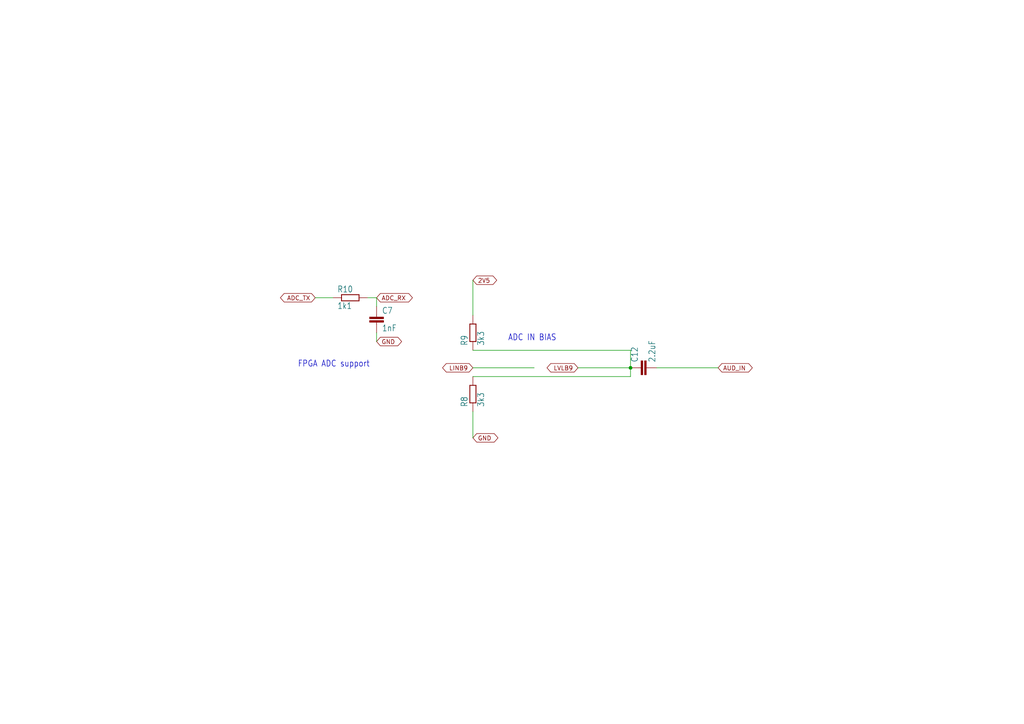
<source format=kicad_sch>
(kicad_sch (version 20231120) (generator "eeschema") (generator_version "8.0")
  (paper "A4")
  (lib_symbols
    (symbol "pokeymax4-eagle-import:C-EUC0402"
      (property "Reference" "C" (at 1.524 0.381 0))
      (symbol "C-EUC0402_1_0"
        (rectangle (start -2.032 -2.032) (end 2.032 -1.524) (fill (type outline)))
        (rectangle (start -2.032 -1.016) (end 2.032 -0.508) (fill (type outline)))
        (polyline (pts (xy 0 -2.54) (xy 0 -2.032)) (stroke (width 0.1524)))
        (polyline (pts (xy 0 0) (xy 0 -0.508)) (stroke (width 0.1524)))
        (pin passive line (at 0 2.54 270) (length 2.54) (name "1") (number "1"))
        (pin passive line (at 0 -5.08 90) (length 2.54) (name "2") (number "2"))
      )
    )
    (symbol "pokeymax4-eagle-import:R-EU_R0402"
      (property "Reference" "R" (at -3.81 1.4986 0))
      (symbol "R-EU_R0402_1_0"
        (polyline (pts (xy -2.54 -0.889) (xy -2.54 0.889)) (stroke (width 0.254)))
        (polyline (pts (xy -2.54 -0.889) (xy 2.54 -0.889)) (stroke (width 0.254)))
        (polyline (pts (xy 2.54 -0.889) (xy 2.54 0.889)) (stroke (width 0.254)))
        (polyline (pts (xy 2.54 0.889) (xy -2.54 0.889)) (stroke (width 0.254)))
        (pin passive line (at -5.08 0 0) (length 2.54) (name "1") (number "1"))
        (pin passive line (at 5.08 0 180) (length 2.54) (name "2") (number "2"))
      )
    )
  )
  (junction (at 182.88 106.68))
  (wire (pts (xy 182.88 109.22) (xy 182.88 106.68)) (stroke (width 0.1524)))
  (wire (pts (xy 96.52 86.36) (xy 91.44 86.36)) (stroke (width 0.1524)))
  (wire (pts (xy 106.68 86.36) (xy 109.22 86.36)) (stroke (width 0.1524)))
  (wire (pts (xy 137.16 119.38) (xy 137.16 127)) (stroke (width 0.1524)))
  (wire (pts (xy 137.16 106.68) (xy 154.94 106.68)) (stroke (width 0.1524)))
  (wire (pts (xy 137.16 101.6) (xy 182.88 101.6)) (stroke (width 0.1524)))
  (wire (pts (xy 167.64 106.68) (xy 182.88 106.68)) (stroke (width 0.1524)))
  (wire (pts (xy 137.16 109.22) (xy 182.88 109.22)) (stroke (width 0.1524)))
  (wire (pts (xy 137.16 91.44) (xy 137.16 81.28)) (stroke (width 0.1524)))
  (wire (pts (xy 190.5 106.68) (xy 208.28 106.68)) (stroke (width 0.1524)))
  (wire (pts (xy 109.22 99.06) (xy 109.22 96.52)) (stroke (width 0.1524)))
  (wire (pts (xy 109.22 86.36) (xy 109.22 88.9)) (stroke (width 0.1524)))
  (wire (pts (xy 182.88 101.6) (xy 182.88 106.68)) (stroke (width 0.1524)))
  (text "FPGA ADC support" (at 86.36 106.68 0) (effects (font (size 1.778 1.5113)) (justify left bottom)))
  (text "ADC IN BIAS" (at 147.32 99.06 0) (effects (font (size 1.778 1.5113)) (justify left bottom)))
  (global_label "LINB9" (shape bidirectional) (at 137.16 106.68 180) (effects (font (size 1.2446 1.2446))) (property "Intersheetrefs" "${INTERSHEET_REFS}" (effects (hide yes))))
  (global_label "AUD_IN" (shape bidirectional) (at 208.28 106.68 0) (effects (font (size 1.2446 1.2446))) (property "Intersheetrefs" "${INTERSHEET_REFS}" (effects (hide yes))))
  (global_label "LVLB9" (shape bidirectional) (at 167.64 106.68 180) (effects (font (size 1.2446 1.2446))) (property "Intersheetrefs" "${INTERSHEET_REFS}" (effects (hide yes))))
  (global_label "GND" (shape bidirectional) (at 137.16 127 0) (effects (font (size 1.2446 1.2446))) (property "Intersheetrefs" "${INTERSHEET_REFS}" (effects (hide yes))))
  (global_label "2V5" (shape bidirectional) (at 137.16 81.28 0) (effects (font (size 1.2446 1.2446))) (property "Intersheetrefs" "${INTERSHEET_REFS}" (effects (hide yes))))
  (global_label "GND" (shape bidirectional) (at 109.22 99.06 0) (effects (font (size 1.2446 1.2446))) (property "Intersheetrefs" "${INTERSHEET_REFS}" (effects (hide yes))))
  (global_label "ADC_TX" (shape bidirectional) (at 91.44 86.36 180) (effects (font (size 1.2446 1.2446))) (property "Intersheetrefs" "${INTERSHEET_REFS}" (effects (hide yes))))
  (global_label "ADC_RX" (shape bidirectional) (at 109.22 86.36 0) (effects (font (size 1.2446 1.2446))) (property "Intersheetrefs" "${INTERSHEET_REFS}" (effects (hide yes))))
  (symbol (lib_id "pokeymax4-eagle-import:R-EU_R0402") (at 137.16 114.3 90) (unit 1)
    (property "Reference" "R8" (at 135.6614 118.11 0) (effects (font (size 1.778 1.5113)) (justify left bottom)))
    (property "Value" "3k3" (at 140.462 118.11 0) (effects (font (size 1.778 1.5113)) (justify left bottom)))
    (property "Footprint" "pokeymax4:R0402" (effects (hide yes)))
    (property "JLCPCB Part #" "C384338" (effects (hide yes)))
  )
  (symbol (lib_id "pokeymax4-eagle-import:C-EUC0402") (at 109.22 91.44 0) (unit 1)
    (property "Reference" "C7" (at 110.744 91.059 0) (effects (font (size 1.778 1.5113)) (justify left bottom)))
    (property "Value" "1nF" (at 110.744 96.139 0) (effects (font (size 1.778 1.5113)) (justify left bottom)))
    (property "Footprint" "pokeymax4:C0402" (effects (hide yes)))
    (property "JLCPCB Part #" "C93920" (effects (hide yes)))
  )
  (symbol (lib_id "pokeymax4-eagle-import:R-EU_R0402") (at 137.16 96.52 90) (unit 1)
    (property "Reference" "R9" (at 135.6614 100.33 0) (effects (font (size 1.778 1.5113)) (justify left bottom)))
    (property "Value" "3k3" (at 140.462 100.33 0) (effects (font (size 1.778 1.5113)) (justify left bottom)))
    (property "Footprint" "pokeymax4:R0402" (effects (hide yes)))
    (property "JLCPCB Part #" "C384338" (effects (hide yes)))
  )
  (symbol (lib_id "pokeymax4-eagle-import:R-EU_R0402") (at 101.6 86.36 0) (unit 1)
    (property "Reference" "R10" (at 97.79 84.8614 0) (effects (font (size 1.778 1.5113)) (justify left bottom)))
    (property "Value" "1k1" (at 97.79 89.662 0) (effects (font (size 1.778 1.5113)) (justify left bottom)))
    (property "Footprint" "pokeymax4:R0402" (effects (hide yes)))
    (property "JLCPCB Part #" "C102771" (effects (hide yes)))
  )
  (symbol (lib_id "pokeymax4-eagle-import:C-EUC0402") (at 185.42 106.68 90) (unit 1)
    (property "Reference" "C12" (at 185.039 105.156 0) (effects (font (size 1.778 1.5113)) (justify left bottom)))
    (property "Value" "2.2uF" (at 190.119 105.156 0) (effects (font (size 1.778 1.5113)) (justify left bottom)))
    (property "Footprint" "pokeymax4:C0402" (effects (hide yes)))
    (property "JLCPCB Part #" "C452745" (effects (hide yes)))
  )
)
</source>
